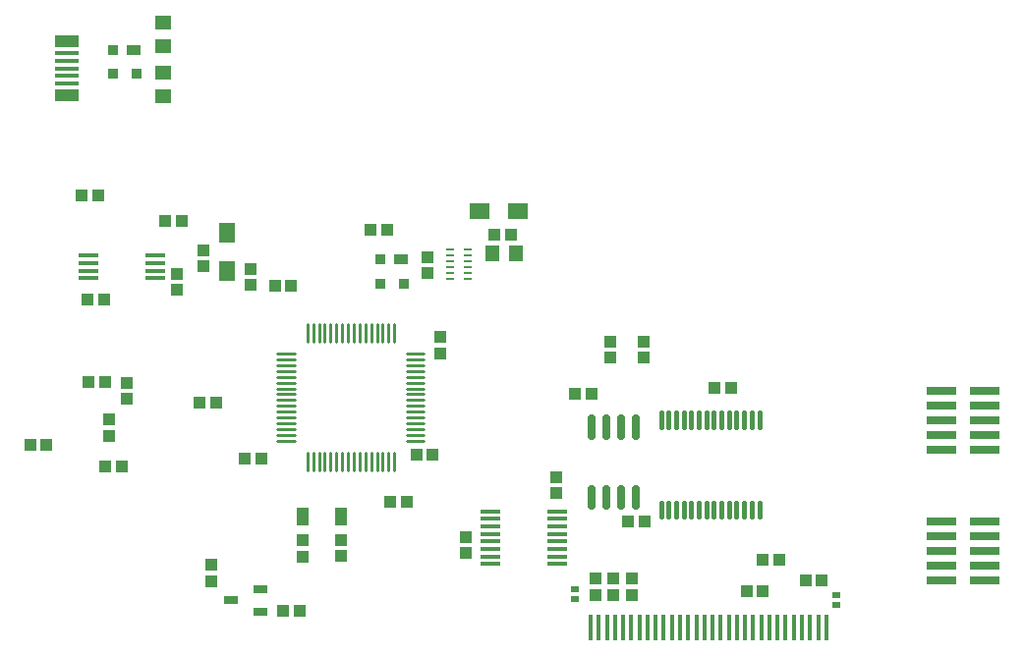
<source format=gtp>
G04 ---------------------------- Layer name :TOP PASTER LAYER*
G04 EasyEDA v5.7.26, Mon, 08 Oct 2018 11:53:26 GMT*
G04 3e30844db99a4207a4187d0db1b8c40a*
G04 Gerber Generator version 0.2*
G04 Scale: 100 percent, Rotated: No, Reflected: No *
G04 Dimensions in inches *
G04 leading zeros omitted , absolute positions ,2 integer and 4 decimal *
%FSLAX24Y24*%
%MOIN*%
G90*
G70D02*

%ADD14C,0.027559*%
%ADD15C,0.015748*%
%ADD16C,0.011024*%
%ADD19R,0.043307X0.039370*%
%ADD20R,0.039370X0.043307*%
%ADD21R,0.078740X0.017717*%
%ADD22R,0.078740X0.043307*%
%ADD23R,0.033000X0.033000*%
%ADD24R,0.047000X0.033000*%
%ADD25R,0.057870X0.045670*%
%ADD26R,0.053500X0.071500*%
%ADD27R,0.027600X0.009843*%
%ADD28R,0.045670X0.057870*%
%ADD29R,0.071500X0.053500*%
%ADD30R,0.025590X0.023620*%
%ADD31R,0.049213X0.027559*%
%ADD32R,0.071000X0.016000*%
%ADD33R,0.039370X0.060000*%
%ADD34R,0.102400X0.025600*%
%ADD35R,0.013780X0.086614*%

%LPD*%
G54D14*
G01X19900Y5529D02*
G01X19900Y6120D01*
G01X20400Y5529D02*
G01X20400Y6120D01*
G01X20900Y5529D02*
G01X20900Y6120D01*
G01X21400Y5529D02*
G01X21400Y6120D01*
G01X19900Y7909D02*
G01X19900Y8500D01*
G01X20400Y7909D02*
G01X20400Y8500D01*
G01X20900Y7909D02*
G01X20900Y8500D01*
G01X21400Y7909D02*
G01X21400Y8500D01*
G54D15*
G01X25585Y8691D02*
G01X25585Y8218D01*
G01X25328Y8691D02*
G01X25328Y8218D01*
G01X25073Y8691D02*
G01X25073Y8218D01*
G01X24818Y8691D02*
G01X24818Y8218D01*
G01X24561Y8691D02*
G01X24561Y8218D01*
G01X24306Y8691D02*
G01X24306Y8218D01*
G01X24050Y8691D02*
G01X24050Y8218D01*
G01X23793Y8691D02*
G01X23793Y8218D01*
G01X23538Y8691D02*
G01X23538Y8218D01*
G01X23281Y8691D02*
G01X23281Y8218D01*
G01X23026Y8691D02*
G01X23026Y8218D01*
G01X22769Y8691D02*
G01X22769Y8218D01*
G01X22514Y8691D02*
G01X22514Y8218D01*
G01X22259Y8691D02*
G01X22259Y8218D01*
G01X25585Y5631D02*
G01X25585Y5158D01*
G01X25328Y5631D02*
G01X25328Y5158D01*
G01X25073Y5631D02*
G01X25073Y5158D01*
G01X24818Y5631D02*
G01X24818Y5158D01*
G01X24561Y5631D02*
G01X24561Y5158D01*
G01X24306Y5631D02*
G01X24306Y5158D01*
G01X24050Y5631D02*
G01X24050Y5158D01*
G01X23793Y5631D02*
G01X23793Y5158D01*
G01X23538Y5631D02*
G01X23538Y5158D01*
G01X23281Y5631D02*
G01X23281Y5158D01*
G01X23026Y5631D02*
G01X23026Y5158D01*
G01X22769Y5631D02*
G01X22769Y5158D01*
G01X22514Y5631D02*
G01X22514Y5158D01*
G01X22259Y5631D02*
G01X22259Y5158D01*
G54D16*
G01X9250Y7750D02*
G01X9848Y7750D01*
G01X9250Y7946D02*
G01X9848Y7946D01*
G01X9250Y8143D02*
G01X9848Y8143D01*
G01X9250Y8340D02*
G01X9848Y8340D01*
G01X9250Y8537D02*
G01X9848Y8537D01*
G01X9250Y8734D02*
G01X9848Y8734D01*
G01X9250Y8931D02*
G01X9848Y8931D01*
G01X9250Y9128D02*
G01X9848Y9128D01*
G01X9250Y9324D02*
G01X9848Y9324D01*
G01X9250Y9521D02*
G01X9848Y9521D01*
G01X9250Y9718D02*
G01X9848Y9718D01*
G01X9250Y9915D02*
G01X9848Y9915D01*
G01X9250Y10112D02*
G01X9848Y10112D01*
G01X9250Y10309D02*
G01X9848Y10309D01*
G01X9250Y10505D02*
G01X9848Y10505D01*
G01X9250Y10702D02*
G01X9848Y10702D01*
G01X10258Y11112D02*
G01X10258Y11710D01*
G01X10455Y11112D02*
G01X10455Y11710D01*
G01X10652Y11112D02*
G01X10652Y11710D01*
G01X10848Y11112D02*
G01X10848Y11710D01*
G01X11045Y11112D02*
G01X11045Y11710D01*
G01X11242Y11112D02*
G01X11242Y11710D01*
G01X11439Y11112D02*
G01X11439Y11710D01*
G01X11636Y11112D02*
G01X11636Y11710D01*
G01X11833Y11112D02*
G01X11833Y11710D01*
G01X12030Y11112D02*
G01X12030Y11710D01*
G01X12226Y11112D02*
G01X12226Y11710D01*
G01X12423Y11112D02*
G01X12423Y11710D01*
G01X12620Y11112D02*
G01X12620Y11710D01*
G01X12817Y11112D02*
G01X12817Y11710D01*
G01X13014Y11112D02*
G01X13014Y11710D01*
G01X13211Y11112D02*
G01X13211Y11710D01*
G01X13620Y10702D02*
G01X14218Y10702D01*
G01X13620Y10505D02*
G01X14218Y10505D01*
G01X13620Y10309D02*
G01X14218Y10309D01*
G01X13620Y10112D02*
G01X14218Y10112D01*
G01X13620Y9915D02*
G01X14218Y9915D01*
G01X13620Y9718D02*
G01X14218Y9718D01*
G01X13620Y9521D02*
G01X14218Y9521D01*
G01X13620Y9324D02*
G01X14218Y9324D01*
G01X13620Y9128D02*
G01X14218Y9128D01*
G01X13620Y8931D02*
G01X14218Y8931D01*
G01X13620Y8734D02*
G01X14218Y8734D01*
G01X13620Y8537D02*
G01X14218Y8537D01*
G01X13620Y8340D02*
G01X14218Y8340D01*
G01X13620Y8143D02*
G01X14218Y8143D01*
G01X13620Y7946D02*
G01X14218Y7946D01*
G01X13620Y7750D02*
G01X14218Y7750D01*
G01X13211Y6742D02*
G01X13211Y7340D01*
G01X13014Y6742D02*
G01X13014Y7340D01*
G01X12817Y6742D02*
G01X12817Y7340D01*
G01X12620Y6742D02*
G01X12620Y7340D01*
G01X12423Y6742D02*
G01X12423Y7340D01*
G01X12226Y6742D02*
G01X12226Y7340D01*
G01X12030Y6742D02*
G01X12030Y7340D01*
G01X11833Y6742D02*
G01X11833Y7340D01*
G01X11636Y6742D02*
G01X11636Y7340D01*
G01X11439Y6742D02*
G01X11439Y7340D01*
G01X11242Y6742D02*
G01X11242Y7340D01*
G01X11045Y6742D02*
G01X11045Y7340D01*
G01X10848Y6742D02*
G01X10848Y7340D01*
G01X10652Y6742D02*
G01X10652Y7340D01*
G01X10455Y6742D02*
G01X10455Y7340D01*
G01X10258Y6742D02*
G01X10258Y7340D01*
G54D19*
G01X4150Y9710D03*
G01X4150Y9159D03*
G54D20*
G01X7160Y9025D03*
G01X6609Y9025D03*
G54D21*
G01X2098Y19878D03*
G01X2098Y20134D03*
G01X2098Y20390D03*
G01X2098Y20646D03*
G01X2098Y20902D03*
G54D22*
G01X2098Y21295D03*
G01X2098Y19484D03*
G54D23*
G01X3668Y20203D03*
G01X4457Y20203D03*
G01X3668Y21023D03*
G54D24*
G01X4377Y21023D03*
G54D25*
G01X5368Y21151D03*
G01X5368Y21951D03*
G01X5375Y20244D03*
G01X5375Y19444D03*
G54D19*
G01X5850Y12864D03*
G01X5850Y13415D03*
G54D20*
G01X2814Y12550D03*
G01X3365Y12550D03*
G54D26*
G01X7539Y14799D03*
G01X7539Y13509D03*
G54D19*
G01X8350Y13039D03*
G01X8350Y13590D03*
G54D27*
G01X15714Y13257D03*
G01X15714Y13454D03*
G01X15714Y13651D03*
G01X15714Y13848D03*
G01X15714Y14044D03*
G01X15714Y14242D03*
G01X15085Y14242D03*
G01X15085Y14044D03*
G01X15085Y13848D03*
G01X15085Y13651D03*
G01X15085Y13454D03*
G01X15085Y13257D03*
G54D20*
G01X16614Y14750D03*
G01X17165Y14750D03*
G54D19*
G01X14350Y13439D03*
G01X14350Y13990D03*
G54D28*
G01X17325Y14100D03*
G01X16525Y14100D03*
G54D29*
G01X17399Y15535D03*
G01X16109Y15535D03*
G54D20*
G01X1410Y7600D03*
G01X859Y7600D03*
G01X3414Y6875D03*
G01X3965Y6875D03*
G54D19*
G01X3525Y7914D03*
G01X3525Y8465D03*
G54D20*
G01X2839Y9725D03*
G01X3390Y9725D03*
G54D23*
G01X12735Y13090D03*
G01X13525Y13090D03*
G01X12735Y13909D03*
G54D24*
G01X13444Y13909D03*
G54D20*
G01X12960Y14900D03*
G01X12409Y14900D03*
G01X24635Y9550D03*
G01X24084Y9550D03*
G01X25164Y2625D03*
G01X25715Y2625D03*
G01X27710Y3000D03*
G01X27159Y3000D03*
G01X26260Y3700D03*
G01X25709Y3700D03*
G54D19*
G01X20025Y3060D03*
G01X20025Y2509D03*
G01X20650Y3060D03*
G01X20650Y2509D03*
G54D30*
G01X28200Y2519D03*
G01X28200Y2186D03*
G01X19350Y2380D03*
G01X19350Y2713D03*
G54D19*
G01X21275Y3060D03*
G01X21275Y2509D03*
G54D20*
G01X2614Y16075D03*
G01X3165Y16075D03*
G54D19*
G01X6750Y14210D03*
G01X6750Y13659D03*
G01X20550Y10563D03*
G01X20550Y11114D03*
G01X21675Y11110D03*
G01X21675Y10559D03*
G01X7000Y2989D03*
G01X7000Y3540D03*
G54D31*
G01X7682Y2325D03*
G01X8667Y2698D03*
G01X8667Y1951D03*
G54D20*
G01X9985Y1975D03*
G01X9434Y1975D03*
G54D19*
G01X18700Y5964D03*
G01X18700Y6515D03*
G01X15625Y3939D03*
G01X15625Y4490D03*
G54D32*
G01X16455Y5355D03*
G01X16455Y5094D03*
G01X16455Y4844D03*
G01X16455Y4584D03*
G01X16455Y4325D03*
G01X16455Y4075D03*
G01X16455Y3815D03*
G01X16455Y3565D03*
G01X18735Y3565D03*
G01X18735Y3815D03*
G01X18735Y4075D03*
G01X18735Y4325D03*
G01X18735Y4584D03*
G01X18735Y4844D03*
G01X18735Y5094D03*
G01X18735Y5355D03*
G54D20*
G01X9710Y13000D03*
G01X9159Y13000D03*
G01X13635Y5675D03*
G01X13084Y5675D03*
G54D19*
G01X14775Y11260D03*
G01X14775Y10709D03*
G54D33*
G01X10101Y5186D03*
G01X11398Y5165D03*
G54D19*
G01X10100Y3814D03*
G01X10100Y4365D03*
G01X11400Y3839D03*
G01X11400Y4390D03*
G54D20*
G01X13964Y7275D03*
G01X14515Y7275D03*
G54D34*
G01X33230Y5000D03*
G01X33230Y4500D03*
G01X33230Y4000D03*
G01X33230Y3500D03*
G01X33230Y3000D03*
G01X31769Y5000D03*
G01X31769Y4500D03*
G01X31769Y4000D03*
G01X31769Y3500D03*
G01X31769Y3000D03*
G54D32*
G01X2830Y14030D03*
G01X2830Y13769D03*
G01X2830Y13519D03*
G01X2830Y13259D03*
G01X5110Y13259D03*
G01X5110Y13519D03*
G01X5110Y13769D03*
G01X5110Y14030D03*
G54D20*
G01X5985Y15200D03*
G01X5434Y15200D03*
G01X8685Y7150D03*
G01X8134Y7150D03*
G54D35*
G01X27585Y1404D03*
G01X27309Y1405D03*
G01X27860Y1404D03*
G01X27034Y1405D03*
G01X26759Y1405D03*
G01X26482Y1405D03*
G01X26207Y1405D03*
G01X25931Y1405D03*
G01X25656Y1405D03*
G01X25381Y1405D03*
G01X25105Y1405D03*
G01X24829Y1405D03*
G01X24553Y1405D03*
G01X24277Y1405D03*
G01X24002Y1405D03*
G01X23727Y1405D03*
G01X23452Y1405D03*
G01X23176Y1404D03*
G01X22901Y1404D03*
G01X22625Y1405D03*
G01X22348Y1405D03*
G01X22073Y1405D03*
G01X21797Y1405D03*
G01X21522Y1405D03*
G01X21247Y1405D03*
G01X20971Y1405D03*
G01X20696Y1405D03*
G01X20419Y1405D03*
G01X20144Y1405D03*
G01X19868Y1405D03*
G54D34*
G01X33230Y9425D03*
G01X33230Y8925D03*
G01X33230Y8425D03*
G01X33230Y7925D03*
G01X33230Y7425D03*
G01X31769Y9425D03*
G01X31769Y8925D03*
G01X31769Y8425D03*
G01X31769Y7925D03*
G01X31769Y7425D03*
G54D20*
G01X21685Y5000D03*
G01X21134Y5000D03*
G01X19885Y9325D03*
G01X19334Y9325D03*
M00*
M02*

</source>
